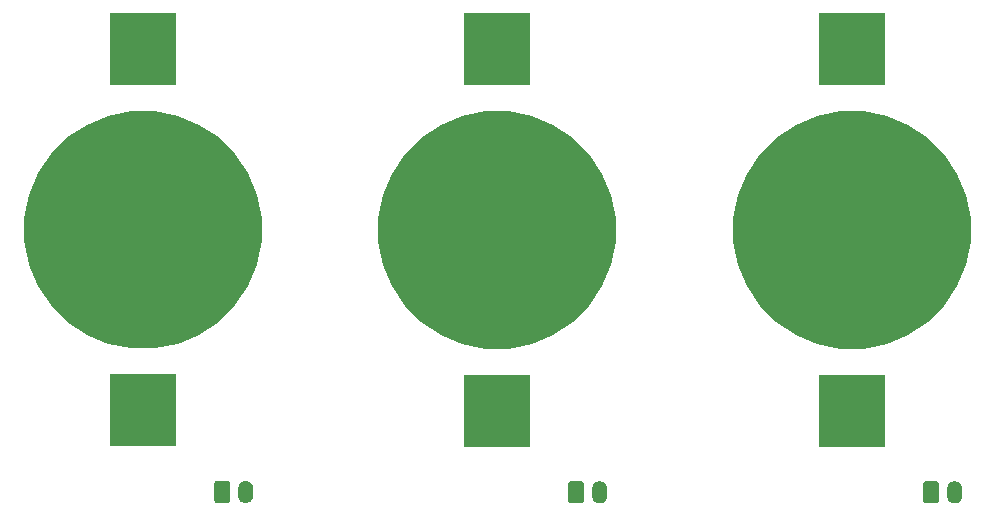
<source format=gbr>
G04 #@! TF.GenerationSoftware,KiCad,Pcbnew,(5.1.5)-3*
G04 #@! TF.CreationDate,2021-03-30T01:03:12+08:00*
G04 #@! TF.ProjectId,panelize,70616e65-6c69-47a6-952e-6b696361645f,1.1.0*
G04 #@! TF.SameCoordinates,Original*
G04 #@! TF.FileFunction,Soldermask,Bot*
G04 #@! TF.FilePolarity,Negative*
%FSLAX46Y46*%
G04 Gerber Fmt 4.6, Leading zero omitted, Abs format (unit mm)*
G04 Created by KiCad (PCBNEW (5.1.5)-3) date 2021-03-30 01:03:12*
%MOMM*%
%LPD*%
G04 APERTURE LIST*
%ADD10C,0.100000*%
G04 APERTURE END LIST*
D10*
G36*
X210777617Y-60583420D02*
G01*
X210834403Y-60600646D01*
X210900335Y-60620646D01*
X211013424Y-60681094D01*
X211112554Y-60762447D01*
X211193906Y-60861575D01*
X211254354Y-60974664D01*
X211264040Y-61006596D01*
X211291580Y-61097382D01*
X211301000Y-61193027D01*
X211301000Y-61806973D01*
X211291580Y-61902618D01*
X211264040Y-61993404D01*
X211254354Y-62025336D01*
X211193906Y-62138425D01*
X211112554Y-62237554D01*
X211013425Y-62318906D01*
X210900336Y-62379354D01*
X210880563Y-62385352D01*
X210777618Y-62416580D01*
X210650000Y-62429149D01*
X210522383Y-62416580D01*
X210419438Y-62385352D01*
X210399665Y-62379354D01*
X210286576Y-62318906D01*
X210187447Y-62237554D01*
X210106096Y-62138427D01*
X210106095Y-62138425D01*
X210045647Y-62025336D01*
X210045645Y-62025333D01*
X210033237Y-61984427D01*
X210008420Y-61902618D01*
X209999000Y-61806973D01*
X209999000Y-61193028D01*
X210008420Y-61097383D01*
X210045645Y-60974669D01*
X210045646Y-60974665D01*
X210106094Y-60861576D01*
X210187447Y-60762446D01*
X210286575Y-60681094D01*
X210399664Y-60620646D01*
X210465596Y-60600646D01*
X210522382Y-60583420D01*
X210650000Y-60570851D01*
X210777617Y-60583420D01*
G37*
G36*
X180727617Y-60583420D02*
G01*
X180784403Y-60600646D01*
X180850335Y-60620646D01*
X180963424Y-60681094D01*
X181062554Y-60762447D01*
X181143906Y-60861575D01*
X181204354Y-60974664D01*
X181214040Y-61006596D01*
X181241580Y-61097382D01*
X181251000Y-61193027D01*
X181251000Y-61806973D01*
X181241580Y-61902618D01*
X181214040Y-61993404D01*
X181204354Y-62025336D01*
X181143906Y-62138425D01*
X181062554Y-62237554D01*
X180963425Y-62318906D01*
X180850336Y-62379354D01*
X180830563Y-62385352D01*
X180727618Y-62416580D01*
X180600000Y-62429149D01*
X180472383Y-62416580D01*
X180369438Y-62385352D01*
X180349665Y-62379354D01*
X180236576Y-62318906D01*
X180137447Y-62237554D01*
X180056096Y-62138427D01*
X180056095Y-62138425D01*
X179995647Y-62025336D01*
X179995645Y-62025333D01*
X179983237Y-61984427D01*
X179958420Y-61902618D01*
X179949000Y-61806973D01*
X179949000Y-61193028D01*
X179958420Y-61097383D01*
X179995645Y-60974669D01*
X179995646Y-60974665D01*
X180056094Y-60861576D01*
X180137447Y-60762446D01*
X180236575Y-60681094D01*
X180349664Y-60620646D01*
X180415596Y-60600646D01*
X180472382Y-60583420D01*
X180600000Y-60570851D01*
X180727617Y-60583420D01*
G37*
G36*
X209141242Y-60578404D02*
G01*
X209178337Y-60589657D01*
X209212515Y-60607925D01*
X209242481Y-60632519D01*
X209267075Y-60662485D01*
X209285343Y-60696663D01*
X209296596Y-60733758D01*
X209301000Y-60778474D01*
X209301000Y-62221526D01*
X209296596Y-62266242D01*
X209285343Y-62303337D01*
X209267075Y-62337515D01*
X209242481Y-62367481D01*
X209212515Y-62392075D01*
X209178337Y-62410343D01*
X209141242Y-62421596D01*
X209096526Y-62426000D01*
X208203474Y-62426000D01*
X208158758Y-62421596D01*
X208121663Y-62410343D01*
X208087485Y-62392075D01*
X208057519Y-62367481D01*
X208032925Y-62337515D01*
X208014657Y-62303337D01*
X208003404Y-62266242D01*
X207999000Y-62221526D01*
X207999000Y-60778474D01*
X208003404Y-60733758D01*
X208014657Y-60696663D01*
X208032925Y-60662485D01*
X208057519Y-60632519D01*
X208087485Y-60607925D01*
X208121663Y-60589657D01*
X208158758Y-60578404D01*
X208203474Y-60574000D01*
X209096526Y-60574000D01*
X209141242Y-60578404D01*
G37*
G36*
X179091242Y-60578404D02*
G01*
X179128337Y-60589657D01*
X179162515Y-60607925D01*
X179192481Y-60632519D01*
X179217075Y-60662485D01*
X179235343Y-60696663D01*
X179246596Y-60733758D01*
X179251000Y-60778474D01*
X179251000Y-62221526D01*
X179246596Y-62266242D01*
X179235343Y-62303337D01*
X179217075Y-62337515D01*
X179192481Y-62367481D01*
X179162515Y-62392075D01*
X179128337Y-62410343D01*
X179091242Y-62421596D01*
X179046526Y-62426000D01*
X178153474Y-62426000D01*
X178108758Y-62421596D01*
X178071663Y-62410343D01*
X178037485Y-62392075D01*
X178007519Y-62367481D01*
X177982925Y-62337515D01*
X177964657Y-62303337D01*
X177953404Y-62266242D01*
X177949000Y-62221526D01*
X177949000Y-60778474D01*
X177953404Y-60733758D01*
X177964657Y-60696663D01*
X177982925Y-60662485D01*
X178007519Y-60632519D01*
X178037485Y-60607925D01*
X178071663Y-60589657D01*
X178108758Y-60578404D01*
X178153474Y-60574000D01*
X179046526Y-60574000D01*
X179091242Y-60578404D01*
G37*
G36*
X150757617Y-60563420D02*
G01*
X150848403Y-60590960D01*
X150880335Y-60600646D01*
X150993424Y-60661094D01*
X151092554Y-60742447D01*
X151173906Y-60841575D01*
X151234354Y-60954664D01*
X151240421Y-60974664D01*
X151271580Y-61077382D01*
X151281000Y-61173027D01*
X151281000Y-61786973D01*
X151271580Y-61882618D01*
X151265513Y-61902618D01*
X151234354Y-62005336D01*
X151173906Y-62118425D01*
X151092554Y-62217554D01*
X150993425Y-62298906D01*
X150880336Y-62359354D01*
X150853544Y-62367481D01*
X150757618Y-62396580D01*
X150630000Y-62409149D01*
X150502383Y-62396580D01*
X150406457Y-62367481D01*
X150379665Y-62359354D01*
X150266576Y-62298906D01*
X150167447Y-62217554D01*
X150086096Y-62118427D01*
X150086095Y-62118425D01*
X150036337Y-62025336D01*
X150025645Y-62005333D01*
X149994487Y-61902618D01*
X149988420Y-61882618D01*
X149979000Y-61786973D01*
X149979000Y-61173028D01*
X149988420Y-61077383D01*
X150019579Y-60974665D01*
X150025646Y-60954665D01*
X150086094Y-60841576D01*
X150167447Y-60742446D01*
X150266575Y-60661094D01*
X150379664Y-60600646D01*
X150411596Y-60590960D01*
X150502382Y-60563420D01*
X150630000Y-60550851D01*
X150757617Y-60563420D01*
G37*
G36*
X149121242Y-60558404D02*
G01*
X149158337Y-60569657D01*
X149192515Y-60587925D01*
X149222481Y-60612519D01*
X149247075Y-60642485D01*
X149265343Y-60676663D01*
X149276596Y-60713758D01*
X149281000Y-60758474D01*
X149281000Y-62201526D01*
X149276596Y-62246242D01*
X149265343Y-62283337D01*
X149247075Y-62317515D01*
X149222481Y-62347481D01*
X149192515Y-62372075D01*
X149158337Y-62390343D01*
X149121242Y-62401596D01*
X149076526Y-62406000D01*
X148183474Y-62406000D01*
X148138758Y-62401596D01*
X148101663Y-62390343D01*
X148067485Y-62372075D01*
X148037519Y-62347481D01*
X148012925Y-62317515D01*
X147994657Y-62283337D01*
X147983404Y-62246242D01*
X147979000Y-62201526D01*
X147979000Y-60758474D01*
X147983404Y-60713758D01*
X147994657Y-60676663D01*
X148012925Y-60642485D01*
X148037519Y-60612519D01*
X148067485Y-60587925D01*
X148101663Y-60569657D01*
X148138758Y-60558404D01*
X148183474Y-60554000D01*
X149076526Y-60554000D01*
X149121242Y-60558404D01*
G37*
G36*
X174700999Y-57651000D02*
G01*
X169099001Y-57651000D01*
X169099001Y-51549000D01*
X174700999Y-51549000D01*
X174700999Y-57651000D01*
G37*
G36*
X204750999Y-57651000D02*
G01*
X199149001Y-57651000D01*
X199149001Y-51549000D01*
X204750999Y-51549000D01*
X204750999Y-57651000D01*
G37*
G36*
X144730999Y-57631000D02*
G01*
X139129001Y-57631000D01*
X139129001Y-51529000D01*
X144730999Y-51529000D01*
X144730999Y-57631000D01*
G37*
G36*
X174831767Y-29635254D02*
G01*
X176612650Y-30372920D01*
X176660934Y-30392920D01*
X178307139Y-31492879D01*
X179707121Y-32892861D01*
X180807080Y-34539066D01*
X180807081Y-34539068D01*
X181564746Y-36368233D01*
X181951000Y-38310062D01*
X181951000Y-40289938D01*
X181564746Y-42231767D01*
X180815365Y-44040932D01*
X180807080Y-44060934D01*
X179707121Y-45707139D01*
X178307139Y-47107121D01*
X176660934Y-48207080D01*
X176660933Y-48207081D01*
X176660932Y-48207081D01*
X174831767Y-48964746D01*
X172889938Y-49351000D01*
X170910062Y-49351000D01*
X168968233Y-48964746D01*
X167139068Y-48207081D01*
X167139067Y-48207081D01*
X167139066Y-48207080D01*
X165492861Y-47107121D01*
X164092879Y-45707139D01*
X162992920Y-44060934D01*
X162984635Y-44040932D01*
X162235254Y-42231767D01*
X161849000Y-40289938D01*
X161849000Y-38310062D01*
X162235254Y-36368233D01*
X162992919Y-34539068D01*
X162992920Y-34539066D01*
X164092879Y-32892861D01*
X165492861Y-31492879D01*
X167139066Y-30392920D01*
X167187350Y-30372920D01*
X168968233Y-29635254D01*
X170910062Y-29249000D01*
X172889938Y-29249000D01*
X174831767Y-29635254D01*
G37*
G36*
X204881767Y-29635254D02*
G01*
X206662650Y-30372920D01*
X206710934Y-30392920D01*
X208357139Y-31492879D01*
X209757121Y-32892861D01*
X210857080Y-34539066D01*
X210857081Y-34539068D01*
X211614746Y-36368233D01*
X212001000Y-38310062D01*
X212001000Y-40289938D01*
X211614746Y-42231767D01*
X210865365Y-44040932D01*
X210857080Y-44060934D01*
X209757121Y-45707139D01*
X208357139Y-47107121D01*
X206710934Y-48207080D01*
X206710933Y-48207081D01*
X206710932Y-48207081D01*
X204881767Y-48964746D01*
X202939938Y-49351000D01*
X200960062Y-49351000D01*
X199018233Y-48964746D01*
X197189068Y-48207081D01*
X197189067Y-48207081D01*
X197189066Y-48207080D01*
X195542861Y-47107121D01*
X194142879Y-45707139D01*
X193042920Y-44060934D01*
X193034635Y-44040932D01*
X192285254Y-42231767D01*
X191899000Y-40289938D01*
X191899000Y-38310062D01*
X192285254Y-36368233D01*
X193042919Y-34539068D01*
X193042920Y-34539066D01*
X194142879Y-32892861D01*
X195542861Y-31492879D01*
X197189066Y-30392920D01*
X197237350Y-30372920D01*
X199018233Y-29635254D01*
X200960062Y-29249000D01*
X202939938Y-29249000D01*
X204881767Y-29635254D01*
G37*
G36*
X144861767Y-29615254D02*
G01*
X146690932Y-30372919D01*
X146690934Y-30372920D01*
X148337139Y-31472879D01*
X149737121Y-32872861D01*
X149750485Y-32892862D01*
X150837081Y-34519068D01*
X151594746Y-36348233D01*
X151981000Y-38290062D01*
X151981000Y-40269938D01*
X151594746Y-42211767D01*
X151586461Y-42231768D01*
X150837080Y-44040934D01*
X149737121Y-45687139D01*
X148337139Y-47087121D01*
X146690934Y-48187080D01*
X146690933Y-48187081D01*
X146690932Y-48187081D01*
X144861767Y-48944746D01*
X142919938Y-49331000D01*
X140940062Y-49331000D01*
X138998233Y-48944746D01*
X137169068Y-48187081D01*
X137169067Y-48187081D01*
X137169066Y-48187080D01*
X135522861Y-47087121D01*
X134122879Y-45687139D01*
X133022920Y-44040934D01*
X132273539Y-42231768D01*
X132265254Y-42211767D01*
X131879000Y-40269938D01*
X131879000Y-38290062D01*
X132265254Y-36348233D01*
X133022919Y-34519068D01*
X134109515Y-32892862D01*
X134122879Y-32872861D01*
X135522861Y-31472879D01*
X137169066Y-30372920D01*
X137169068Y-30372919D01*
X138998233Y-29615254D01*
X140940062Y-29229000D01*
X142919938Y-29229000D01*
X144861767Y-29615254D01*
G37*
G36*
X174700999Y-27051000D02*
G01*
X169099001Y-27051000D01*
X169099001Y-20949000D01*
X174700999Y-20949000D01*
X174700999Y-27051000D01*
G37*
G36*
X204750999Y-27051000D02*
G01*
X199149001Y-27051000D01*
X199149001Y-20949000D01*
X204750999Y-20949000D01*
X204750999Y-27051000D01*
G37*
G36*
X144730999Y-27031000D02*
G01*
X139129001Y-27031000D01*
X139129001Y-20929000D01*
X144730999Y-20929000D01*
X144730999Y-27031000D01*
G37*
M02*

</source>
